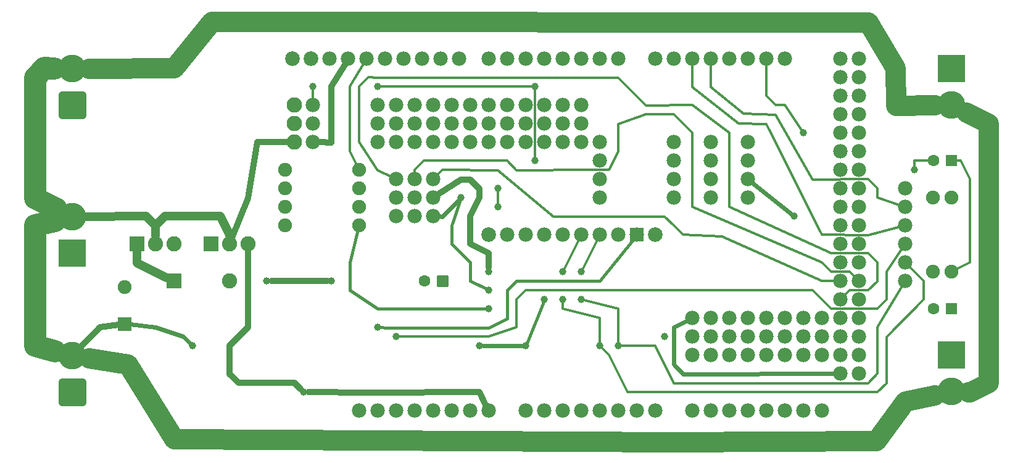
<source format=gbl>
G04 MADE WITH FRITZING*
G04 WWW.FRITZING.ORG*
G04 DOUBLE SIDED*
G04 HOLES PLATED*
G04 CONTOUR ON CENTER OF CONTOUR VECTOR*
%ASAXBY*%
%FSLAX23Y23*%
%MOIN*%
%OFA0B0*%
%SFA1.0B1.0*%
%ADD10C,0.039370*%
%ADD11C,0.078000*%
%ADD12C,0.083307*%
%ADD13C,0.082000*%
%ADD14C,0.079370*%
%ADD15C,0.075000*%
%ADD16C,0.066604*%
%ADD17C,0.066632*%
%ADD18C,0.065993*%
%ADD19C,0.062992*%
%ADD20C,0.149606*%
%ADD21R,0.082000X0.082000*%
%ADD22R,0.062992X0.062992*%
%ADD23R,0.075000X0.075000*%
%ADD24R,0.149606X0.149606*%
%ADD25R,0.078000X0.078000*%
%ADD26C,0.024000*%
%ADD27C,0.012000*%
%ADD28C,0.048000*%
%ADD29C,0.032000*%
%ADD30C,0.016000*%
%ADD31C,0.110000*%
%ADD32C,0.120000*%
%ADD33C,0.015748*%
%LNCOPPER0*%
G90*
G70*
G54D10*
X3526Y697D03*
X1576Y397D03*
X2526Y647D03*
X1376Y997D03*
G54D11*
X4376Y297D03*
X4276Y297D03*
X4176Y297D03*
X4076Y297D03*
X3976Y297D03*
X3876Y297D03*
X3776Y297D03*
X3676Y297D03*
X4376Y297D03*
X4276Y297D03*
X4176Y297D03*
X4076Y297D03*
X3976Y297D03*
X3876Y297D03*
X3776Y297D03*
X3676Y297D03*
X4576Y2197D03*
X4576Y2097D03*
X4576Y1997D03*
X4576Y1897D03*
X4576Y1797D03*
X4576Y1697D03*
X4576Y1597D03*
X4576Y1497D03*
X4576Y1397D03*
X4576Y1297D03*
X4576Y1197D03*
X4576Y1097D03*
X4576Y997D03*
X4576Y897D03*
X4576Y797D03*
X4576Y697D03*
X4576Y597D03*
X4576Y497D03*
X4576Y2197D03*
X4576Y2097D03*
X4576Y1997D03*
X4576Y1897D03*
X4576Y1797D03*
X4576Y1697D03*
X4576Y1597D03*
X4576Y1497D03*
X4576Y1397D03*
X4576Y1297D03*
X4576Y1197D03*
X4576Y1097D03*
X4576Y997D03*
X4576Y897D03*
X4576Y797D03*
X4576Y697D03*
X4576Y597D03*
X4576Y497D03*
X4476Y497D03*
X4476Y597D03*
X4476Y697D03*
X4476Y797D03*
X4476Y897D03*
X4476Y997D03*
X4476Y1097D03*
X4476Y1197D03*
X4476Y1297D03*
X4476Y1397D03*
X4476Y1497D03*
X4476Y1597D03*
X4476Y1697D03*
X4476Y1797D03*
X4476Y1897D03*
X4476Y1997D03*
X4476Y2097D03*
X4476Y2197D03*
X4576Y2197D03*
X4576Y2097D03*
X4576Y1997D03*
X4576Y1897D03*
X4576Y1797D03*
X4576Y1697D03*
X4576Y1597D03*
X4576Y1497D03*
X4576Y1397D03*
X4576Y1297D03*
X4576Y1197D03*
X4576Y1097D03*
X4576Y997D03*
X4576Y897D03*
X4576Y797D03*
X4576Y697D03*
X4576Y597D03*
X4576Y497D03*
X4576Y2197D03*
X4576Y2097D03*
X4576Y1997D03*
X4576Y1897D03*
X4576Y1797D03*
X4576Y1697D03*
X4576Y1597D03*
X4576Y1497D03*
X4576Y1397D03*
X4576Y1297D03*
X4576Y1197D03*
X4576Y1097D03*
X4576Y997D03*
X4576Y897D03*
X4576Y797D03*
X4576Y697D03*
X4576Y597D03*
X4576Y497D03*
X4476Y497D03*
X4476Y597D03*
X4476Y697D03*
X4476Y797D03*
X4476Y897D03*
X4476Y997D03*
X4476Y1097D03*
X4476Y1197D03*
X4476Y1297D03*
X4476Y1397D03*
X4476Y1497D03*
X4476Y1597D03*
X4476Y1697D03*
X4476Y1797D03*
X4476Y1897D03*
X4476Y1997D03*
X4476Y2097D03*
X4476Y2197D03*
X2576Y297D03*
X2476Y297D03*
X2376Y297D03*
X2276Y297D03*
X2176Y297D03*
X2076Y297D03*
X1976Y297D03*
X1876Y297D03*
X2576Y297D03*
X2476Y297D03*
X2376Y297D03*
X2276Y297D03*
X2176Y297D03*
X2076Y297D03*
X1976Y297D03*
X1876Y297D03*
X3476Y297D03*
X3376Y297D03*
X3276Y297D03*
X3176Y297D03*
X3076Y297D03*
X2976Y297D03*
X2876Y297D03*
X2776Y297D03*
X3476Y297D03*
X3376Y297D03*
X3276Y297D03*
X3176Y297D03*
X3076Y297D03*
X2976Y297D03*
X2876Y297D03*
X2776Y297D03*
X4176Y2197D03*
X4076Y2197D03*
X3976Y2197D03*
X3876Y2197D03*
X3776Y2197D03*
X3676Y2197D03*
X3576Y2197D03*
X3476Y2197D03*
X4176Y2197D03*
X4076Y2197D03*
X3976Y2197D03*
X3876Y2197D03*
X3776Y2197D03*
X3676Y2197D03*
X3576Y2197D03*
X3476Y2197D03*
X3276Y2197D03*
X3176Y2197D03*
X3076Y2197D03*
X2976Y2197D03*
X2876Y2197D03*
X2776Y2197D03*
X2676Y2197D03*
X2576Y2197D03*
X3276Y2197D03*
X3176Y2197D03*
X3076Y2197D03*
X2976Y2197D03*
X2876Y2197D03*
X2776Y2197D03*
X2676Y2197D03*
X2576Y2197D03*
X2416Y2197D03*
X2316Y2197D03*
X2216Y2197D03*
X2116Y2197D03*
X2016Y2197D03*
X1916Y2197D03*
X1816Y2197D03*
X1716Y2197D03*
X1616Y2197D03*
X1516Y2197D03*
X2416Y2197D03*
X2316Y2197D03*
X2216Y2197D03*
X2116Y2197D03*
X2016Y2197D03*
X1916Y2197D03*
X1816Y2197D03*
X1716Y2197D03*
X1616Y2197D03*
X1516Y2197D03*
G54D10*
X976Y647D03*
X1726Y997D03*
X1976Y747D03*
X2076Y697D03*
X3176Y647D03*
X3276Y647D03*
X2776Y647D03*
X2876Y897D03*
X2626Y1397D03*
X2626Y1497D03*
X2826Y1647D03*
X2826Y2047D03*
G54D12*
X1526Y1947D03*
X1526Y1847D03*
X1526Y1747D03*
G54D11*
X1626Y1947D03*
X1626Y1847D03*
X1626Y1747D03*
G54D10*
X1976Y2047D03*
X1626Y2047D03*
G54D13*
X876Y997D03*
X1174Y997D03*
G54D14*
X1617Y2198D03*
X1517Y2199D03*
X3476Y1247D03*
X2576Y1247D03*
G54D11*
X3076Y1847D03*
X2976Y1847D03*
X2876Y1847D03*
X2776Y1847D03*
X2676Y1847D03*
X2576Y1847D03*
X2476Y1847D03*
X2376Y1847D03*
X2276Y1847D03*
X2176Y1847D03*
X2076Y1847D03*
X1976Y1847D03*
X3076Y1747D03*
X2976Y1747D03*
X2876Y1747D03*
X2776Y1747D03*
X2676Y1747D03*
X2576Y1747D03*
X2476Y1747D03*
X2376Y1747D03*
X2276Y1747D03*
X2176Y1747D03*
X2076Y1747D03*
X1976Y1747D03*
X3076Y1947D03*
X2976Y1947D03*
X2876Y1947D03*
X2776Y1947D03*
X2676Y1947D03*
X2576Y1947D03*
X2476Y1947D03*
X2376Y1947D03*
X2276Y1947D03*
X2176Y1947D03*
X2076Y1947D03*
X1976Y1947D03*
X4376Y597D03*
X4276Y597D03*
X4176Y597D03*
X4076Y597D03*
X3976Y597D03*
X3876Y597D03*
X3776Y597D03*
X3676Y597D03*
X4376Y597D03*
X4276Y597D03*
X4176Y597D03*
X4076Y597D03*
X3976Y597D03*
X3876Y597D03*
X3776Y597D03*
X3676Y597D03*
X4376Y697D03*
X4276Y697D03*
X4176Y697D03*
X4076Y697D03*
X3976Y697D03*
X3876Y697D03*
X3776Y697D03*
X3676Y697D03*
X4376Y697D03*
X4276Y697D03*
X4176Y697D03*
X4076Y697D03*
X3976Y697D03*
X3876Y697D03*
X3776Y697D03*
X3676Y697D03*
X4376Y797D03*
X4276Y797D03*
X4176Y797D03*
X4076Y797D03*
X3976Y797D03*
X3876Y797D03*
X3776Y797D03*
X3676Y797D03*
X4376Y797D03*
X4276Y797D03*
X4176Y797D03*
X4076Y797D03*
X3976Y797D03*
X3876Y797D03*
X3776Y797D03*
X3676Y797D03*
G54D10*
X4876Y1597D03*
X4276Y1797D03*
X4226Y1347D03*
X2426Y1447D03*
X2576Y947D03*
X3076Y1047D03*
X2976Y1047D03*
X3076Y897D03*
X2976Y897D03*
X2576Y1047D03*
G54D15*
X1476Y1597D03*
X1876Y1597D03*
G54D16*
X3776Y297D03*
X3876Y297D03*
X3976Y297D03*
X4076Y297D03*
G54D17*
X2416Y2197D03*
G54D16*
X4176Y297D03*
X4276Y297D03*
X4376Y297D03*
G54D18*
X4576Y1297D03*
G54D16*
X2776Y297D03*
X2876Y297D03*
X2176Y297D03*
X2976Y297D03*
X3076Y297D03*
X3176Y297D03*
X3276Y297D03*
X3376Y297D03*
G54D18*
X4576Y2097D03*
G54D16*
X3476Y297D03*
G54D18*
X4576Y497D03*
G54D17*
X2976Y2197D03*
G54D18*
X4576Y1697D03*
X4576Y897D03*
G54D17*
X2016Y2197D03*
G54D16*
X2576Y297D03*
G54D17*
X2576Y2197D03*
G54D18*
X4576Y1897D03*
X4576Y1497D03*
X4576Y1097D03*
X4576Y697D03*
G54D17*
X4176Y2197D03*
X4076Y2197D03*
X3976Y2197D03*
X1816Y2197D03*
X3876Y2197D03*
X2216Y2197D03*
X3776Y2197D03*
X3676Y2197D03*
X3576Y2197D03*
X3476Y2197D03*
G54D16*
X1976Y297D03*
X2376Y297D03*
G54D17*
X3176Y2197D03*
X2776Y2197D03*
G54D18*
X4576Y2197D03*
X4576Y1997D03*
X4576Y1797D03*
X4576Y1597D03*
X4576Y1397D03*
X4576Y1197D03*
X4576Y997D03*
X4576Y797D03*
X4576Y597D03*
G54D17*
X1716Y2197D03*
X1916Y2197D03*
X2116Y2197D03*
X2316Y2197D03*
G54D16*
X1876Y297D03*
X2076Y297D03*
X2276Y297D03*
X2476Y297D03*
G54D17*
X3276Y2197D03*
X3076Y2197D03*
X2876Y2197D03*
X2676Y2197D03*
G54D18*
X4476Y2197D03*
X4476Y2097D03*
X4476Y1997D03*
X4476Y1897D03*
X4476Y1797D03*
X4476Y1697D03*
X4476Y1597D03*
X4476Y1497D03*
X4476Y1397D03*
X4476Y1297D03*
X4476Y1197D03*
X4476Y1097D03*
X4476Y997D03*
X4476Y897D03*
X4476Y797D03*
X4476Y697D03*
X4476Y597D03*
X4476Y497D03*
G54D16*
X3676Y297D03*
G54D19*
X5076Y847D03*
X4978Y847D03*
X2326Y997D03*
X2228Y997D03*
X5076Y1647D03*
X4978Y1647D03*
G54D15*
X5076Y1447D03*
X5076Y1047D03*
X4976Y1447D03*
X4976Y1047D03*
G54D10*
X2576Y847D03*
G54D15*
X610Y766D03*
X610Y966D03*
G54D11*
X2076Y1547D03*
X2076Y1447D03*
X2076Y1347D03*
X2176Y1547D03*
X2176Y1447D03*
X2176Y1347D03*
X2276Y1547D03*
X2276Y1447D03*
X2276Y1347D03*
X4826Y1497D03*
X4826Y1397D03*
X4826Y1297D03*
X4826Y1197D03*
X4826Y1097D03*
X4826Y997D03*
X3176Y1747D03*
X3176Y1647D03*
X3176Y1547D03*
X3176Y1447D03*
X3576Y1747D03*
X3576Y1647D03*
X3576Y1547D03*
X3576Y1447D03*
X3776Y1747D03*
X3776Y1647D03*
X3776Y1547D03*
X3776Y1447D03*
X3976Y1747D03*
X3976Y1647D03*
X3976Y1547D03*
X3976Y1447D03*
G54D20*
X326Y1147D03*
X326Y1344D03*
X326Y397D03*
X326Y594D03*
X5076Y597D03*
X5076Y400D03*
X326Y1947D03*
X326Y2144D03*
X5076Y2144D03*
X5076Y1947D03*
G54D15*
X1476Y1497D03*
X1876Y1497D03*
X1476Y1397D03*
X1876Y1397D03*
X1476Y1297D03*
X1876Y1297D03*
G54D11*
X3376Y1247D03*
X3276Y1247D03*
X3176Y1247D03*
X3076Y1247D03*
X2976Y1247D03*
X2876Y1247D03*
X2776Y1247D03*
X2676Y1247D03*
G54D13*
X1076Y1197D03*
X1176Y1197D03*
X1276Y1197D03*
X676Y1197D03*
X776Y1197D03*
X876Y1197D03*
G54D21*
X875Y997D03*
G54D22*
X5076Y847D03*
X5076Y1647D03*
G54D23*
X610Y766D03*
G54D24*
X326Y1147D03*
X5076Y597D03*
X5076Y2144D03*
G54D25*
X3376Y1247D03*
G54D21*
X1076Y1197D03*
X676Y1197D03*
G54D26*
X2757Y647D02*
X2545Y647D01*
G54D27*
D02*
X4627Y446D02*
X4676Y497D01*
D02*
X4676Y747D02*
X4813Y976D01*
D02*
X4676Y497D02*
X4676Y747D01*
D02*
X3575Y446D02*
X4627Y446D01*
D02*
X3476Y647D02*
X3575Y446D01*
D02*
X3290Y647D02*
X3476Y647D01*
D02*
X3326Y398D02*
X3575Y397D01*
D02*
X3226Y597D02*
X3326Y398D01*
D02*
X4926Y997D02*
X4843Y1080D01*
D02*
X4926Y898D02*
X4926Y997D01*
D02*
X4726Y696D02*
X4926Y898D01*
D02*
X4726Y446D02*
X4726Y696D01*
D02*
X4676Y397D02*
X4726Y446D01*
D02*
X3575Y397D02*
X4676Y397D01*
D02*
X3185Y637D02*
X3226Y597D01*
G54D28*
D02*
X677Y1096D02*
X677Y1154D01*
D02*
X837Y1016D02*
X677Y1096D01*
D02*
X1124Y1347D02*
X1177Y1248D01*
D02*
X826Y1348D02*
X1124Y1347D01*
D02*
X1177Y1248D02*
X1177Y1240D01*
D02*
X776Y1240D02*
X775Y1296D01*
D02*
X775Y1296D02*
X826Y1348D01*
G54D27*
D02*
X5177Y1548D02*
X5177Y1097D01*
D02*
X5177Y1097D02*
X5097Y1057D01*
D02*
X5125Y1647D02*
X5177Y1548D01*
D02*
X5097Y1647D02*
X5125Y1647D01*
G54D28*
D02*
X775Y1296D02*
X776Y1240D01*
D02*
X725Y1348D02*
X775Y1296D01*
D02*
X384Y1345D02*
X725Y1348D01*
G54D29*
D02*
X1925Y396D02*
X2527Y398D01*
D02*
X1601Y397D02*
X1925Y396D01*
D02*
X1527Y447D02*
X1559Y414D01*
D02*
X1227Y447D02*
X1527Y447D01*
D02*
X1177Y496D02*
X1227Y447D01*
D02*
X1177Y647D02*
X1177Y496D01*
D02*
X1276Y1098D02*
X1277Y948D01*
D02*
X1276Y747D02*
X1177Y647D01*
D02*
X1277Y948D02*
X1276Y747D01*
D02*
X1276Y1159D02*
X1276Y1098D01*
D02*
X1702Y997D02*
X1401Y997D01*
D02*
X2527Y398D02*
X2560Y329D01*
G54D26*
D02*
X927Y697D02*
X963Y661D01*
D02*
X776Y747D02*
X927Y697D01*
D02*
X638Y763D02*
X776Y747D01*
G54D30*
D02*
X2781Y660D02*
X2871Y885D01*
G54D27*
D02*
X2626Y1484D02*
X2626Y1411D01*
D02*
X2826Y2034D02*
X2826Y1661D01*
D02*
X1990Y2047D02*
X2813Y2047D01*
D02*
X1626Y2034D02*
X1626Y1972D01*
D02*
X1826Y1698D02*
X1825Y2048D01*
D02*
X1825Y2048D02*
X1903Y2176D01*
D02*
X1866Y1618D02*
X1826Y1698D01*
G54D29*
D02*
X476Y747D02*
X576Y761D01*
D02*
X363Y631D02*
X476Y747D01*
G54D26*
D02*
X3575Y548D02*
X3627Y496D01*
D02*
X3575Y747D02*
X3575Y548D01*
D02*
X3627Y496D02*
X4446Y497D01*
D02*
X3649Y784D02*
X3575Y747D01*
G54D27*
D02*
X3275Y847D02*
X3276Y661D01*
D02*
X3089Y894D02*
X3275Y847D01*
D02*
X2976Y847D02*
X3177Y797D01*
D02*
X3177Y797D02*
X3176Y661D01*
D02*
X2976Y884D02*
X2976Y847D01*
D02*
X4877Y1648D02*
X4956Y1647D01*
D02*
X4876Y1611D02*
X4877Y1648D01*
D02*
X4077Y1997D02*
X4076Y2173D01*
D02*
X4127Y1947D02*
X4077Y1997D01*
D02*
X4176Y1947D02*
X4127Y1947D01*
D02*
X4269Y1808D02*
X4176Y1947D01*
G54D31*
D02*
X625Y547D02*
X876Y146D01*
D02*
X876Y146D02*
X3564Y129D01*
D02*
X416Y580D02*
X625Y547D01*
D02*
X3564Y129D02*
X4669Y136D01*
D02*
X4669Y136D02*
X4827Y348D01*
D02*
X4827Y348D02*
X4987Y382D01*
G54D32*
D02*
X127Y648D02*
X233Y619D01*
D02*
X127Y1298D02*
X127Y648D01*
D02*
X232Y1322D02*
X127Y1298D01*
G54D26*
D02*
X4211Y1359D02*
X4000Y1528D01*
D02*
X2326Y1346D02*
X2306Y1347D01*
D02*
X2413Y1434D02*
X2326Y1346D01*
G54D30*
D02*
X2475Y997D02*
X2475Y1097D01*
D02*
X2475Y1097D02*
X2375Y1197D01*
D02*
X2375Y1197D02*
X2375Y1297D01*
D02*
X2375Y1297D02*
X2422Y1434D01*
D02*
X2564Y953D02*
X2475Y997D01*
G54D27*
D02*
X3082Y1059D02*
X3165Y1225D01*
D02*
X2982Y1059D02*
X3065Y1225D01*
G54D29*
D02*
X2526Y1447D02*
X2526Y1496D01*
D02*
X2576Y1147D02*
X2477Y1197D01*
D02*
X2477Y1197D02*
X2477Y1347D01*
D02*
X2477Y1347D02*
X2526Y1447D01*
D02*
X2576Y1072D02*
X2576Y1147D01*
D02*
X2475Y1546D02*
X2426Y1546D01*
D02*
X2426Y1546D02*
X2306Y1467D01*
D02*
X2526Y1496D02*
X2475Y1546D01*
D02*
X1726Y1746D02*
X1662Y1747D01*
D02*
X1276Y1446D02*
X1190Y1232D01*
D02*
X1327Y1747D02*
X1276Y1446D01*
D02*
X1488Y1747D02*
X1327Y1747D01*
D02*
X1727Y2048D02*
X1726Y1746D01*
D02*
X1798Y2166D02*
X1727Y2048D01*
G54D27*
D02*
X3376Y1346D02*
X3526Y1346D01*
D02*
X2925Y1346D02*
X3376Y1346D01*
D02*
X2626Y1596D02*
X2925Y1346D01*
D02*
X4377Y998D02*
X4452Y997D01*
D02*
X3834Y1237D02*
X4377Y998D01*
D02*
X3626Y1247D02*
X3834Y1237D01*
D02*
X3577Y1297D02*
X3626Y1247D01*
D02*
X3526Y1346D02*
X3577Y1297D01*
D02*
X2326Y1598D02*
X2626Y1596D01*
D02*
X2293Y1565D02*
X2326Y1598D01*
D02*
X4377Y1097D02*
X3675Y1397D01*
D02*
X4425Y1047D02*
X4377Y1097D01*
D02*
X4525Y1047D02*
X4425Y1047D01*
D02*
X3675Y1397D02*
X3676Y1798D01*
D02*
X3576Y1897D02*
X3475Y1897D01*
D02*
X3676Y1798D02*
X3576Y1897D01*
D02*
X3126Y1597D02*
X2725Y1596D01*
D02*
X3227Y1597D02*
X3126Y1597D01*
D02*
X3276Y1846D02*
X3276Y1696D01*
D02*
X3276Y1696D02*
X3227Y1597D01*
D02*
X3425Y1898D02*
X3276Y1846D01*
D02*
X3475Y1897D02*
X3425Y1898D01*
D02*
X2177Y1598D02*
X2177Y1572D01*
D02*
X2676Y1648D02*
X2226Y1647D01*
D02*
X2226Y1647D02*
X2177Y1598D01*
D02*
X2725Y1596D02*
X2676Y1648D01*
D02*
X4559Y1014D02*
X4525Y1047D01*
D02*
X4626Y948D02*
X4527Y948D01*
D02*
X4527Y948D02*
X4493Y914D01*
D02*
X4676Y996D02*
X4626Y948D01*
D02*
X4676Y1097D02*
X4676Y996D01*
D02*
X4626Y1148D02*
X4676Y1097D01*
D02*
X4425Y1148D02*
X4626Y1148D01*
D02*
X3875Y1397D02*
X4425Y1148D01*
D02*
X3875Y1797D02*
X3875Y1397D01*
D02*
X3676Y1947D02*
X3875Y1797D01*
D02*
X3275Y2096D02*
X3426Y1946D01*
D02*
X1975Y2096D02*
X3275Y2096D01*
D02*
X1926Y2097D02*
X1975Y2096D01*
D02*
X3426Y1946D02*
X3676Y1947D01*
D02*
X1875Y1747D02*
X1875Y1845D01*
D02*
X1875Y2048D02*
X1926Y2097D01*
D02*
X1875Y1845D02*
X1875Y2048D01*
D02*
X1977Y1596D02*
X1875Y1747D01*
D02*
X2054Y1558D02*
X1977Y1596D01*
D02*
X3925Y1847D02*
X4076Y1846D01*
D02*
X4076Y1846D02*
X4376Y1248D01*
D02*
X4626Y1246D02*
X4802Y1291D01*
D02*
X4376Y1248D02*
X4626Y1246D01*
D02*
X3677Y2046D02*
X3925Y1847D01*
D02*
X3676Y2173D02*
X3677Y2046D01*
D02*
X3776Y2046D02*
X3776Y2173D01*
D02*
X3952Y1901D02*
X3776Y2046D01*
D02*
X4126Y1896D02*
X3952Y1901D01*
D02*
X4326Y1546D02*
X4126Y1896D01*
D02*
X4626Y1548D02*
X4326Y1546D01*
D02*
X4676Y1497D02*
X4626Y1548D01*
D02*
X4676Y1447D02*
X4676Y1497D01*
D02*
X4803Y1405D02*
X4676Y1447D01*
D02*
X4327Y947D02*
X2775Y947D01*
D02*
X4425Y848D02*
X4327Y947D01*
D02*
X4676Y847D02*
X4425Y848D01*
D02*
X2726Y898D02*
X2727Y796D01*
D02*
X2727Y796D02*
X2725Y747D01*
D02*
X2775Y947D02*
X2726Y898D01*
D02*
X4726Y898D02*
X4676Y847D01*
D02*
X4726Y1048D02*
X4726Y898D01*
D02*
X4812Y1177D02*
X4726Y1048D01*
D02*
X2576Y697D02*
X2090Y697D01*
D02*
X2725Y747D02*
X2576Y697D01*
G54D30*
D02*
X2026Y746D02*
X1990Y747D01*
D02*
X2576Y746D02*
X2026Y746D01*
D02*
X2676Y947D02*
X2676Y796D01*
D02*
X2676Y796D02*
X2576Y746D01*
D02*
X2726Y997D02*
X2676Y947D01*
D02*
X3177Y998D02*
X2726Y997D01*
D02*
X3361Y1228D02*
X3177Y998D01*
D02*
X1825Y1098D02*
X1870Y1275D01*
D02*
X1825Y948D02*
X1825Y1098D01*
D02*
X1975Y847D02*
X1825Y948D01*
D02*
X2477Y847D02*
X1975Y847D01*
D02*
X2563Y847D02*
X2477Y847D01*
G54D31*
D02*
X4625Y2396D02*
X4772Y2147D01*
D02*
X4772Y2147D02*
X4775Y1946D01*
D02*
X1079Y2399D02*
X4625Y2396D01*
D02*
X4775Y1946D02*
X4985Y1947D01*
D02*
X876Y2147D02*
X1079Y2399D01*
D02*
X417Y2144D02*
X876Y2147D01*
G54D32*
D02*
X177Y2147D02*
X127Y2096D01*
D02*
X230Y2146D02*
X177Y2147D01*
D02*
X127Y2096D02*
X127Y1446D01*
D02*
X127Y1446D02*
X240Y1388D01*
G54D31*
D02*
X5276Y1847D02*
X5157Y1907D01*
D02*
X5275Y448D02*
X5276Y1847D01*
D02*
X5176Y397D02*
X5275Y448D01*
D02*
X5167Y397D02*
X5176Y397D01*
G54D33*
X2302Y1021D02*
X2350Y1021D01*
X2350Y973D01*
X2302Y973D01*
X2302Y1021D01*
D02*
G54D10*
X271Y342D02*
X271Y452D01*
X381Y452D01*
X381Y342D01*
X271Y342D01*
D02*
X271Y1892D02*
X271Y2002D01*
X381Y2002D01*
X381Y1892D01*
X271Y1892D01*
D02*
G04 End of Copper0*
M02*
</source>
